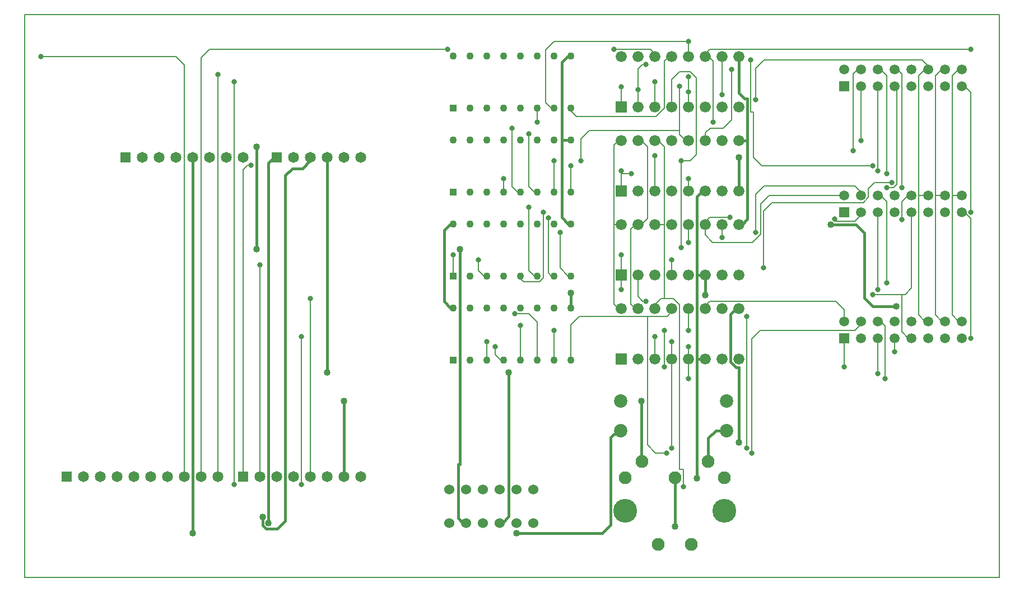
<source format=gbr>
G04 EasyPC Gerber Version 21.0.3 Build 4286 *
%FSLAX35Y35*%
%MOIN*%
%ADD18R,0.04283X0.04283*%
%ADD70R,0.05945X0.05945*%
%ADD85R,0.06496X0.06496*%
%ADD16R,0.06600X0.06600*%
%ADD11C,0.00500*%
%ADD87C,0.00800*%
%ADD88C,0.01500*%
%ADD24C,0.03200*%
%ADD25C,0.04000*%
%ADD19C,0.04283*%
%ADD71C,0.05945*%
%ADD23C,0.06000*%
%ADD86C,0.06496*%
%ADD17C,0.06600*%
%ADD82C,0.07677*%
%ADD84C,0.07972*%
%ADD83C,0.14173*%
X0Y0D02*
D02*
D11*
X250Y250D02*
X580250D01*
Y335250*
X250*
Y250*
D02*
D16*
X355250Y130250D03*
Y180250D03*
Y230250D03*
Y280250D03*
D02*
D17*
Y160250D03*
Y210250D03*
Y260250D03*
Y310250D03*
X365250Y130250D03*
Y160250D03*
Y180250D03*
Y210250D03*
Y230250D03*
Y260250D03*
Y280250D03*
Y310250D03*
X375250Y130250D03*
Y160250D03*
Y180250D03*
Y210250D03*
Y230250D03*
Y260250D03*
Y280250D03*
Y310250D03*
X385250Y130250D03*
Y160250D03*
Y180250D03*
Y210250D03*
Y230250D03*
Y260250D03*
Y280250D03*
Y310250D03*
X395250Y130250D03*
Y160250D03*
Y180250D03*
Y210250D03*
Y230250D03*
Y260250D03*
Y280250D03*
Y310250D03*
X405250Y130250D03*
Y160250D03*
Y180250D03*
Y210250D03*
Y230250D03*
Y260250D03*
Y280250D03*
Y310250D03*
X415250Y130250D03*
Y160250D03*
Y180250D03*
Y210250D03*
Y230250D03*
Y260250D03*
Y280250D03*
Y310250D03*
X425250Y130250D03*
Y160250D03*
Y180250D03*
Y210250D03*
Y230250D03*
Y260250D03*
Y280250D03*
Y310250D03*
D02*
D18*
X255250Y129758D03*
Y179758D03*
Y229758D03*
Y279758D03*
D02*
D19*
Y160742D03*
Y210742D03*
Y260742D03*
Y310742D03*
X265250Y129758D03*
Y160742D03*
Y179758D03*
Y210742D03*
Y229758D03*
Y260742D03*
Y279758D03*
Y310742D03*
X275250Y129758D03*
Y160742D03*
Y179758D03*
Y210742D03*
Y229758D03*
Y260742D03*
Y279758D03*
Y310742D03*
X285250Y129758D03*
Y160742D03*
Y179758D03*
Y210742D03*
Y229758D03*
Y260742D03*
Y279758D03*
Y310742D03*
X295250Y129758D03*
Y160742D03*
Y179758D03*
Y210742D03*
Y229758D03*
Y260742D03*
Y279758D03*
Y310742D03*
X305250Y129758D03*
Y160742D03*
Y179758D03*
Y210742D03*
Y229758D03*
Y260742D03*
Y279758D03*
Y310742D03*
X315250Y129758D03*
Y160742D03*
Y179758D03*
Y210742D03*
Y229758D03*
Y260742D03*
Y279758D03*
Y310742D03*
X325250Y129758D03*
Y160742D03*
Y179758D03*
Y210742D03*
Y229758D03*
Y260742D03*
Y279758D03*
Y310742D03*
D02*
D70*
X487750Y142750D03*
Y217750D03*
Y292750D03*
D02*
D71*
Y152750D03*
Y227750D03*
Y302750D03*
X497750Y142750D03*
Y152750D03*
Y217750D03*
Y227750D03*
Y292750D03*
Y302750D03*
X507750Y142750D03*
Y152750D03*
Y217750D03*
Y227750D03*
Y292750D03*
Y302750D03*
X517750Y142750D03*
Y152750D03*
Y217750D03*
Y227750D03*
Y292750D03*
Y302750D03*
X527750Y142750D03*
Y152750D03*
Y217750D03*
Y227750D03*
Y292750D03*
Y302750D03*
X537750Y142750D03*
Y152750D03*
Y217750D03*
Y227750D03*
Y292750D03*
Y302750D03*
X547750Y142750D03*
Y152750D03*
Y217750D03*
Y227750D03*
Y292750D03*
Y302750D03*
X557750Y142750D03*
Y152750D03*
Y217750D03*
Y227750D03*
Y292750D03*
Y302750D03*
D02*
D23*
X252750Y32750D03*
Y52750D03*
X262750Y32750D03*
Y52750D03*
X272750Y32750D03*
Y52750D03*
X282750Y32750D03*
Y52750D03*
X292750Y32750D03*
Y52750D03*
X302750Y32750D03*
Y52750D03*
D02*
D24*
X9750Y310250D03*
X115250Y299750D03*
X124750Y55750D03*
Y295250D03*
X134750Y245750D03*
X140250Y186250D03*
X164750Y55750D03*
Y143750D03*
X170250Y166250D03*
X251750Y314750D03*
X255250Y192250D03*
X270250Y189250D03*
X275250Y140750D03*
X280250Y137750D03*
X285250Y237750D03*
X290250Y267750D03*
X291750Y157250D03*
X295250Y150250D03*
X300250Y220750D03*
Y264250D03*
X305250Y271250D03*
X308750Y217750D03*
X311750Y214250D03*
X315250Y147250D03*
Y248250D03*
X318750Y205750D03*
X325250Y245250D03*
X331250Y248250D03*
X350750Y314750D03*
X355250Y171750D03*
Y192250D03*
Y242250D03*
Y292250D03*
X361250Y240750D03*
X365250Y290750D03*
X369750Y164750D03*
Y305750D03*
X375250Y143750D03*
Y251250D03*
Y295250D03*
X380750Y125750D03*
Y147250D03*
X382250Y74250D03*
X385250Y77250D03*
Y140750D03*
Y189250D03*
X389750Y292750D03*
X390750Y196750D03*
Y248250D03*
X392250Y54250D03*
X395250Y118750D03*
Y137750D03*
Y147250D03*
Y199750D03*
Y237750D03*
Y289250D03*
Y298250D03*
Y319250D03*
X409750Y271250D03*
X415250Y202750D03*
Y287750D03*
X419750Y214750D03*
X420750Y302750D03*
X429750Y77250D03*
Y155750D03*
X432250Y308250D03*
X432750Y74250D03*
X435250Y205750D03*
Y284750D03*
X439750Y184750D03*
X482250Y213750D03*
X487750Y125750D03*
X493250Y254250D03*
X497750Y260250D03*
X504750Y168750D03*
Y245250D03*
X507750Y121750D03*
Y171750D03*
Y242250D03*
X512250Y118750D03*
X513250Y175750D03*
Y232250D03*
Y240750D03*
X516250Y235250D03*
X517750Y134750D03*
X522250Y213250D03*
Y232250D03*
X563250Y142750D03*
Y217750D03*
Y314750D03*
D02*
D25*
X100250Y26750D03*
X138250Y195750D03*
Y256750D03*
X141750Y36250D03*
X145250Y32750D03*
X180250Y122250D03*
X190250Y105250D03*
X259250Y195750D03*
X288250Y122250D03*
X292750Y26750D03*
X325250Y169750D03*
X367250Y105250D03*
X387120Y30750D03*
X400250Y59250D03*
X405250Y168250D03*
X425250Y80750D03*
Y250250D03*
X479750Y210250D03*
X518750Y161750D03*
D02*
D82*
X357593Y59463D03*
X367435Y69305D03*
X377278Y20093D03*
X387120Y59463D03*
X396963Y20093D03*
X406805Y69305D03*
X416648Y59463D03*
D02*
D83*
X357593Y39778D03*
X416648D03*
D02*
D84*
X354758Y87750D03*
Y105250D03*
X417750Y87750D03*
Y105250D03*
D02*
D85*
X25250Y60250D03*
X60250Y250250D03*
X130250Y60250D03*
X150250Y250250D03*
D02*
D86*
X35250Y60250D03*
X45250D03*
X55250D03*
X65250D03*
X70250Y250250D03*
X75250Y60250D03*
X80250Y250250D03*
X85250Y60250D03*
X90250Y250250D03*
X95250Y60250D03*
X100250Y250250D03*
X105250Y60250D03*
X110250Y250250D03*
X115250Y60250D03*
X120250Y250250D03*
X130250D03*
X140250Y60250D03*
X150250D03*
X160250D03*
Y250250D03*
X170250Y60250D03*
Y250250D03*
X180250Y60250D03*
Y250250D03*
X190250Y60250D03*
Y250250D03*
X200250Y60250D03*
Y250250D03*
D02*
D87*
X9750Y310250D02*
X90250D01*
X95250Y305250*
Y60250*
X115250Y299750D02*
Y60250D01*
X124750Y295250D02*
Y55750D01*
X134750Y245750D02*
X132982D01*
X130250Y243018*
Y60250*
X140250Y186250D02*
Y60250D01*
X164750Y143750D02*
Y55750D01*
X170250Y166250D02*
Y60250D01*
X251750Y314750D02*
X110250D01*
X105250Y309750*
Y60250*
X255250Y192250D02*
Y179758D01*
X270250Y189250D02*
Y182990D01*
X273482Y179758*
X275250*
Y140750D02*
Y129758D01*
X280250Y137750D02*
Y132990D01*
X283482Y129758*
X285250*
Y237750D02*
Y229758D01*
X290250Y267750D02*
Y232990D01*
X293482Y229758*
X295250*
X291750Y157250D02*
X300250D01*
X305250Y152250*
Y129758*
X295250Y150250D02*
Y129758D01*
X300250Y220750D02*
Y182990D01*
X303482Y179758*
X305250*
X300250Y264250D02*
Y232990D01*
X303482Y229758*
X305250*
Y271250D02*
Y279758D01*
X308750Y217750D02*
Y178671D01*
X306329Y176250*
X296990*
X295250Y177990*
Y179758*
X311750Y214250D02*
Y181490D01*
X313482Y179758*
X315250*
Y147250D02*
Y129758D01*
Y248250D02*
Y229758D01*
X318750Y205750D02*
Y184490D01*
X323482Y179758*
X325250*
Y245250D02*
Y229758D01*
X350750Y210250D02*
X355250D01*
X350750D02*
Y257518D01*
X353482Y260250*
X355250*
X350750Y210250D02*
Y162982D01*
X353482Y160250*
X355250*
X350750Y314750D02*
X372518D01*
X375250Y312018*
Y310250*
X355250Y171750D02*
Y180250D01*
Y192250D02*
Y180250D01*
Y240750D02*
Y230250D01*
Y240750D02*
X361250D01*
X355250D02*
Y242250D01*
Y292250D02*
Y280250D01*
X365250Y210250D02*
X363482D01*
X360750Y207518*
Y162982*
X363482Y160250*
X365250*
Y210250D02*
X367018D01*
X370750Y213982*
Y256518*
X367018Y260250*
X365250*
Y290750D02*
Y280250D01*
Y290750D02*
Y303018D01*
X367982Y305750*
X369750*
Y164750D02*
X367982D01*
X365250Y167482*
Y180250*
X370750Y155750D02*
X382518D01*
X385250Y158482*
Y160250*
X370750Y155750D02*
Y79116D01*
X375616Y74250*
X382250*
X370750Y155750D02*
X330250D01*
X325250Y150750*
Y129758*
X375250Y143750D02*
Y130250D01*
Y251250D02*
Y230250D01*
Y295250D02*
Y280250D01*
X380750Y125750D02*
Y147250D01*
Y166250D02*
X378982D01*
X375250Y162518*
Y160250*
X380750Y166250D02*
X386134D01*
X389750Y162634*
Y64750*
X392250*
Y54250*
X380750Y210250D02*
X375250D01*
X380750D02*
Y256518D01*
X377018Y260250*
X375250*
X380750Y210250D02*
Y166250D01*
X385250Y77250D02*
Y130250D01*
Y140750D02*
Y130250D01*
Y189250D02*
Y180250D01*
Y310250D02*
X383482D01*
X380750Y307518*
Y279526*
X375974Y274750*
X328490*
X325250Y277990*
Y279758*
X389750Y266250D02*
Y263982D01*
X393482Y260250*
X395250*
X389750Y266250D02*
X336250D01*
X331250Y261250*
Y248250*
X389750Y266250D02*
Y292750D01*
X390750Y248250D02*
X396134D01*
X399750Y251866*
Y297570*
X396070Y301250*
X389776*
X385250Y296724*
Y280250*
X390750Y248250D02*
Y196750D01*
X395250Y118750D02*
Y130250D01*
Y137750D02*
Y130250D01*
Y147250D02*
Y160250D01*
Y199750D02*
Y210250D01*
Y237750D02*
Y230250D01*
Y289250D02*
Y280250D01*
Y289250D02*
Y298250D01*
Y319250D02*
Y310250D01*
Y319250D02*
X315250D01*
X310250Y314250*
Y282990*
X313482Y279758*
X315250*
X405250Y210250D02*
Y204116D01*
X409616Y199750*
X433250*
X438250Y204750*
Y222750*
X443250Y227750*
X487750*
X409750Y271250D02*
Y307518D01*
X407018Y310250*
X405250*
X415250Y202750D02*
Y210250D01*
Y287750D02*
Y310250D01*
X419750Y214750D02*
X407982D01*
X405250Y212018*
Y210250*
X420750Y302750D02*
Y272750D01*
X415750Y267750*
X408116*
X405250Y264884*
Y260250*
X429750Y155750D02*
Y77250D01*
X432250Y308250D02*
Y277250D01*
X433750*
Y250250*
X438750Y245250*
X504750*
X432750Y74250D02*
Y142250D01*
X437750Y147250*
X494018*
X497750Y150982*
Y152750*
X435250Y205750D02*
Y228250D01*
X440250Y233250*
X494018*
X497750Y229518*
Y227750*
X435250Y284750D02*
Y303250D01*
X440250Y308250*
X534018*
X537750Y304518*
Y302750*
X482250Y213750D02*
Y212250D01*
X494018*
X497750Y215982*
Y217750*
X487750Y125750D02*
Y142750D01*
Y152750D02*
Y159750D01*
X482750Y164750*
X407982*
X405250Y162018*
Y160250*
X493250Y254250D02*
Y300018D01*
X495982Y302750*
X497750*
Y260250D02*
Y292750D01*
X507750Y121750D02*
Y142750D01*
Y171750D02*
Y217750D01*
Y242250D02*
Y292750D01*
X512250Y118750D02*
Y150018D01*
X509518Y152750*
X507750*
X513250Y175750D02*
Y224018D01*
X509518Y227750*
X507750*
X513250Y232250D02*
X517071D01*
X519250Y234429*
Y292750*
X517750*
X513250Y240750D02*
Y299018D01*
X509518Y302750*
X507750*
X516250Y235250D02*
X505747D01*
X502250Y231753*
Y226489*
X499011Y223250*
X444750*
X439750Y218250*
Y184750*
X517750Y134750D02*
Y142750D01*
X522250Y168750D02*
Y146482D01*
X525982Y142750*
X527750*
X522250Y168750D02*
X504750D01*
X522250Y213250D02*
Y224018D01*
X525982Y227750*
X527750*
X522250Y232250D02*
Y300018D01*
X519518Y302750*
X517750*
X527750Y217750D02*
Y172482D01*
X524018Y168750*
X522250*
X532250Y227750D02*
X537750D01*
X532250D02*
Y156482D01*
X535982Y152750*
X537750*
X532250Y227750D02*
Y299018D01*
X535982Y302750*
X537750*
X542250Y227750D02*
X547750D01*
X542250D02*
Y156482D01*
X545982Y152750*
X547750*
X542250Y227750D02*
Y299018D01*
X545982Y302750*
X547750*
X552250Y227750D02*
X557750D01*
X552250D02*
Y156482D01*
X555982Y152750*
X557750*
X552250Y227750D02*
Y299018D01*
X555982Y302750*
X557750*
X563250Y142750D02*
Y214018D01*
X559518Y217750*
X557750*
X563250D02*
Y289018D01*
X559518Y292750*
X557750*
X563250Y314750D02*
X407982D01*
X405250Y312018*
Y310250*
D02*
D88*
X100250Y26750D02*
Y250250D01*
X138250Y256750D02*
Y195750D01*
X141750Y36250D02*
Y31369D01*
X143869Y29250*
X150444*
X155250Y34056*
Y239500*
X159500Y243750*
X165518*
X170250Y248482*
Y250250*
X145250Y32750D02*
Y247018D01*
X148482Y250250*
X150250*
X180250Y122250D02*
Y250250D01*
X190250Y105250D02*
Y60250D01*
X255250Y210742D02*
X253482D01*
X249750Y207010*
Y164474*
X253482Y160742*
X255250*
X259250Y195750D02*
Y67750D01*
X258250*
Y35482*
X260982Y32750*
X262750*
X288250Y122250D02*
Y36482D01*
X284518Y32750*
X282750*
X292750Y26750D02*
X343750D01*
X348750Y31750*
Y83510*
X352990Y87750*
X354758*
X319750Y260742D02*
X325250D01*
X319750D02*
Y307010D01*
X323482Y310742*
X325250*
X319750Y260742D02*
Y214474D01*
X323482Y210742*
X325250*
Y169750D02*
Y160742D01*
X367250Y105250D02*
Y69305D01*
X367435*
X387120Y30750D02*
Y59463D01*
X400250Y130250D02*
X405250D01*
X400250D02*
Y59250D01*
Y180250D02*
X405250D01*
X400250D02*
Y227018D01*
X403482Y230250*
X405250*
X400250Y180250D02*
Y130250D01*
X405250Y168250D02*
Y180250D01*
X406805Y69305D02*
Y83161D01*
X411394Y87750*
X417750*
X425250Y80750D02*
Y125250D01*
X423482*
X420250Y128482*
Y157018*
X423482Y160250*
X425250*
Y250250D02*
Y230250D01*
X430250Y260250D02*
X425250D01*
X430250D02*
Y213482D01*
X427018Y210250*
X425250*
X430250Y260250D02*
Y285250D01*
X428482*
X425250Y288482*
Y310250*
X479750Y210250D02*
X494750D01*
X499750Y205250*
Y166750*
X504750Y161750*
X518750*
X0Y0D02*
M02*

</source>
